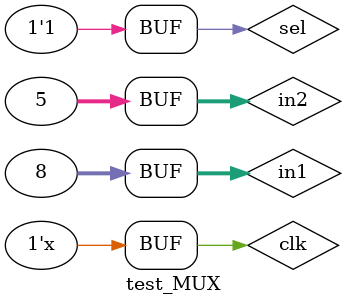
<source format=v>
`timescale 1ns / 1ps


module test_MUX();
    
    reg clk =1;
    reg [31:0]in1,in2;
    reg sel;
    wire [31:0] out;
    
    always #10 clk =~clk;
    MUX m1(clk,in1,in2,sel,out);
    
    initial begin
        in1=32'h08;in2=32'h50;sel = 0;
        #20 in1=32'h08;in2=32'h50;sel = 1;
        #20 in1=32'h098;in2=32'h550;sel = 0;
        #20 in1=32'h708;in2=32'h050;sel = 1;
        #20 in1=32'h0708;in2=32'h0650;sel = 0;
        #20 in1=32'h008;in2=32'h005;sel = 1;
    end

endmodule

</source>
